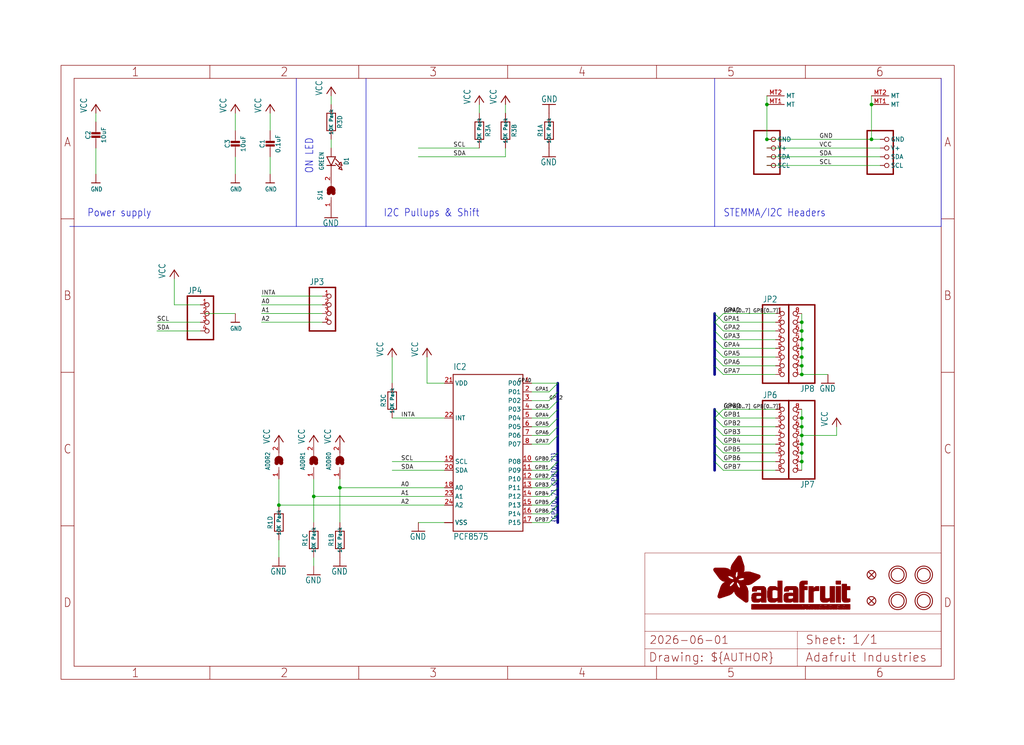
<source format=kicad_sch>
(kicad_sch (version 20230121) (generator eeschema)
  (paper "User" 298.45 217.322)
  (lib_symbols
    (symbol "working-eagle-import:CAP_CERAMIC0603_NO"
      (property "Reference" "C" (at -2.29 1.25 90))
      (symbol "CAP_CERAMIC0603_NO_1_0"
        (pin passive line (at 0 5.08 270) (length 2.54) (name "1") (number "1"))
        (pin passive line (at 0 -2.54 90) (length 2.54) (name "2") (number "2"))
      )
    )
    (symbol "working-eagle-import:CAP_CERAMIC0805-NOOUTLINE"
      (property "Reference" "C" (at -2.29 1.25 90))
      (symbol "CAP_CERAMIC0805-NOOUTLINE_1_0"
        (pin passive line (at 0 5.08 270) (length 2.54) (name "1") (number "1"))
        (pin passive line (at 0 -2.54 90) (length 2.54) (name "2") (number "2"))
      )
    )
    (symbol "working-eagle-import:FIDUCIAL_1MM")
    (symbol "working-eagle-import:FRAME_A4_ADAFRUIT"
      (symbol "FRAME_A4_ADAFRUIT_1_0"
        (text "${#}/${##}" (at 230.505 10.16 0) (effects (font (size 2.54 2.54)) (justify left bottom)))
        (text "${AUTHOR}" (at 189.23 5.08 0) (effects (font (size 2.286 2.286)) (justify left bottom)))
        (text "${CURRENT_DATE}" (at 171.45 10.16 0) (effects (font (size 2.286 2.286)) (justify left bottom)))
        (text "${PROJECTNAME}" (at 171.45 15.24 0) (effects (font (size 2.54 2.54)) (justify left bottom)))
        (text "1" (at 21.6958 1.905 0) (effects (font (size 2.54 2.286))))
        (text "1" (at 21.6958 177.165 0) (effects (font (size 2.54 2.286))))
        (text "2" (at 65.0875 1.905 0) (effects (font (size 2.54 2.286))))
        (text "2" (at 65.0875 177.165 0) (effects (font (size 2.54 2.286))))
        (text "3" (at 108.4792 1.905 0) (effects (font (size 2.54 2.286))))
        (text "3" (at 108.4792 177.165 0) (effects (font (size 2.54 2.286))))
        (text "4" (at 151.8708 1.905 0) (effects (font (size 2.54 2.286))))
        (text "4" (at 151.8708 177.165 0) (effects (font (size 2.54 2.286))))
        (text "5" (at 195.2625 1.905 0) (effects (font (size 2.54 2.286))))
        (text "5" (at 195.2625 177.165 0) (effects (font (size 2.54 2.286))))
        (text "6" (at 238.6542 1.905 0) (effects (font (size 2.54 2.286))))
        (text "6" (at 238.6542 177.165 0) (effects (font (size 2.54 2.286))))
        (text "A" (at 1.905 156.6863 0) (effects (font (size 2.54 2.286))))
        (text "A" (at 258.445 156.6863 0) (effects (font (size 2.54 2.286))))
        (text "Adafruit Industries" (at 216.916 4.953 0) (effects (font (size 2.54 2.54)) (justify left bottom)))
        (text "B" (at 1.905 111.9188 0) (effects (font (size 2.54 2.286))))
        (text "B" (at 258.445 111.9188 0) (effects (font (size 2.54 2.286))))
        (text "C" (at 1.905 67.1513 0) (effects (font (size 2.54 2.286))))
        (text "C" (at 258.445 67.1513 0) (effects (font (size 2.54 2.286))))
        (text "D" (at 1.905 22.3838 0) (effects (font (size 2.54 2.286))))
        (text "D" (at 258.445 22.3838 0) (effects (font (size 2.54 2.286))))
        (text "Drawing:" (at 171.196 4.953 0) (effects (font (size 2.54 2.54)) (justify left bottom)))
        (text "Sheet:" (at 216.916 10.033 0) (effects (font (size 2.54 2.54)) (justify left bottom)))
      )
    )
    (symbol "working-eagle-import:GND" (power)
      (property "Value" "GND" (at -1.524 -2.54 0))
      (symbol "GND_1_0"
        (pin power_in line (at 0 2.54 270) (length 2.54) (name "GND") (number "1"))
      )
    )
    (symbol "working-eagle-import:HEADER-1X4ROUND"
      (property "Reference" "JP" (at -6.35 8.255 0))
      (symbol "HEADER-1X4ROUND_1_0"
        (pin passive inverted (at -2.54 5.08 0) (length 2.54) (name "1") (number "1"))
        (pin passive inverted (at -2.54 2.54 0) (length 2.54) (name "2") (number "2"))
        (pin passive inverted (at -2.54 0 0) (length 2.54) (name "3") (number "3"))
        (pin passive inverted (at -2.54 -2.54 0) (length 2.54) (name "4") (number "4"))
      )
    )
    (symbol "working-eagle-import:HEADER-1X870MIL"
      (property "Reference" "JP" (at -6.35 13.335 0))
      (symbol "HEADER-1X870MIL_1_0"
        (pin passive inverted (at -2.54 10.16 0) (length 2.54) (name "1") (number "1"))
        (pin passive inverted (at -2.54 7.62 0) (length 2.54) (name "2") (number "2"))
        (pin passive inverted (at -2.54 5.08 0) (length 2.54) (name "3") (number "3"))
        (pin passive inverted (at -2.54 2.54 0) (length 2.54) (name "4") (number "4"))
        (pin passive inverted (at -2.54 0 0) (length 2.54) (name "5") (number "5"))
        (pin passive inverted (at -2.54 -2.54 0) (length 2.54) (name "6") (number "6"))
        (pin passive inverted (at -2.54 -5.08 0) (length 2.54) (name "7") (number "7"))
        (pin passive inverted (at -2.54 -7.62 0) (length 2.54) (name "8") (number "8"))
      )
    )
    (symbol "working-eagle-import:LED0603_NOOUTLINE"
      (property "Reference" "D" (at -1.27 4.445 0))
      (symbol "LED0603_NOOUTLINE_1_0"
        (pin passive line (at -5.08 0 0) (length 2.54) (name "A") (number "A"))
        (pin passive line (at 2.54 0 180) (length 2.54) (name "C") (number "C"))
      )
    )
    (symbol "working-eagle-import:MOUNTINGHOLE2.5")
    (symbol "working-eagle-import:PCF8575"
      (property "Reference" "IC" (at -10.16 24.13 0))
      (symbol "PCF8575_1_0"
        (pin bidirectional line (at 12.7 20.32 180) (length 2.54) (name "P00") (number "1"))
        (pin bidirectional line (at 12.7 -2.54 180) (length 2.54) (name "P08") (number "10"))
        (pin bidirectional line (at 12.7 -5.08 180) (length 2.54) (name "P09") (number "11"))
        (pin bidirectional line (at 12.7 -7.62 180) (length 2.54) (name "P10") (number "12"))
        (pin bidirectional line (at 12.7 -10.16 180) (length 2.54) (name "P11") (number "13"))
        (pin bidirectional line (at 12.7 -12.7 180) (length 2.54) (name "P12") (number "14"))
        (pin bidirectional line (at 12.7 -15.24 180) (length 2.54) (name "P13") (number "15"))
        (pin bidirectional line (at 12.7 -17.78 180) (length 2.54) (name "P14") (number "16"))
        (pin bidirectional line (at 12.7 -20.32 180) (length 2.54) (name "P15") (number "17"))
        (pin input line (at -12.7 -10.16 0) (length 2.54) (name "A0") (number "18"))
        (pin input line (at -12.7 -2.54 0) (length 2.54) (name "SCL") (number "19"))
        (pin bidirectional line (at 12.7 17.78 180) (length 2.54) (name "P01") (number "2"))
        (pin bidirectional line (at -12.7 -5.08 0) (length 2.54) (name "SDA") (number "20"))
        (pin power_in line (at -12.7 20.32 0) (length 2.54) (name "VDD") (number "21"))
        (pin output line (at -12.7 10.16 0) (length 2.54) (name "INT") (number "22"))
        (pin input line (at -12.7 -12.7 0) (length 2.54) (name "A1") (number "23"))
        (pin input line (at -12.7 -15.24 0) (length 2.54) (name "A2") (number "24"))
        (pin bidirectional line (at 12.7 15.24 180) (length 2.54) (name "P02") (number "3"))
        (pin bidirectional line (at 12.7 12.7 180) (length 2.54) (name "P03") (number "4"))
        (pin bidirectional line (at 12.7 10.16 180) (length 2.54) (name "P04") (number "5"))
        (pin bidirectional line (at 12.7 7.62 180) (length 2.54) (name "P05") (number "6"))
        (pin bidirectional line (at 12.7 5.08 180) (length 2.54) (name "P06") (number "7"))
        (pin bidirectional line (at 12.7 2.54 180) (length 2.54) (name "P07") (number "8"))
        (pin power_in line (at -12.7 -20.32 0) (length 2.54) (name "VSS") (number "9"))
        (pin power_in line (at -12.7 -20.32 0) (length 2.54) (name "VSS") (number "THERM"))
      )
    )
    (symbol "working-eagle-import:RESISTOR_4PACK"
      (property "Reference" "R" (at 0 2.54 0))
      (symbol "RESISTOR_4PACK_1_0"
        (pin passive line (at -5.08 0 0) (length 2.54) (name "1") (number "1"))
        (pin passive line (at 5.08 0 180) (length 2.54) (name "2") (number "8"))
      )
      (symbol "RESISTOR_4PACK_2_0"
        (pin passive line (at -5.08 0 0) (length 2.54) (name "1") (number "2"))
        (pin passive line (at 5.08 0 180) (length 2.54) (name "2") (number "7"))
      )
      (symbol "RESISTOR_4PACK_3_0"
        (pin passive line (at -5.08 0 0) (length 2.54) (name "1") (number "3"))
        (pin passive line (at 5.08 0 180) (length 2.54) (name "2") (number "6"))
      )
      (symbol "RESISTOR_4PACK_4_0"
        (pin passive line (at -5.08 0 0) (length 2.54) (name "1") (number "4"))
        (pin passive line (at 5.08 0 180) (length 2.54) (name "2") (number "5"))
      )
    )
    (symbol "working-eagle-import:SOLDERJUMPER"
      (property "Reference" "SJ" (at -2.54 2.54 0))
      (symbol "SOLDERJUMPER_1_0"
        (pin passive line (at -5.08 0 0) (length 2.54) (name "1") (number "1"))
        (pin passive line (at 5.08 0 180) (length 2.54) (name "2") (number "2"))
      )
    )
    (symbol "working-eagle-import:SOLDERJUMPERCLOSED"
      (property "Reference" "SJ" (at -2.54 2.54 0))
      (symbol "SOLDERJUMPERCLOSED_1_0"
        (pin passive line (at -5.08 0 0) (length 2.54) (name "1") (number "1"))
        (pin passive line (at 5.08 0 180) (length 2.54) (name "2") (number "2"))
      )
    )
    (symbol "working-eagle-import:STEMMA_I2C_QT"
      (symbol "STEMMA_I2C_QT_1_0"
        (pin passive inverted (at 0 5.08 0) (length 2.54) (name "GND") (number "1"))
        (pin passive inverted (at 0 2.54 0) (length 2.54) (name "V+") (number "2"))
        (pin passive inverted (at 0 0 0) (length 2.54) (name "SDA") (number "3"))
        (pin passive inverted (at 0 -2.54 0) (length 2.54) (name "SCL") (number "4"))
      )
      (symbol "STEMMA_I2C_QT_2_0"
        (pin bidirectional line (at 0 0 0) (length 5.08) (name "MT") (number "MT1"))
      )
      (symbol "STEMMA_I2C_QT_3_0"
        (pin bidirectional line (at 0 0 0) (length 5.08) (name "MT") (number "MT2"))
      )
    )
    (symbol "working-eagle-import:VCC" (power)
      (property "Value" "VCC" (at -2.54 -2.54 90))
      (symbol "VCC_1_0"
        (pin power_in line (at 0 -2.54 90) (length 2.54) (name "VCC") (number "1"))
      )
    )
    (symbol "working-eagle-import:supply1_GND" (power)
      (property "Value" "supply1_GND" (at -2.54 -2.54 0))
      (symbol "supply1_GND_1_0"
        (pin power_in line (at 0 2.54 270) (length 2.54) (name "GND") (number "1"))
      )
    )
  )
  (junction (at 233.68 127))
  (junction (at 99.06 142.24))
  (junction (at 233.68 96.52))
  (junction (at 233.68 104.14))
  (junction (at 91.44 144.78))
  (junction (at 223.52 40.64))
  (junction (at 254 30.48))
  (junction (at 233.68 106.68))
  (junction (at 233.68 129.54))
  (junction (at 233.68 121.92))
  (junction (at 223.52 30.48))
  (junction (at 233.68 134.62))
  (junction (at 233.68 93.98))
  (junction (at 233.68 99.06))
  (junction (at 233.68 124.46))
  (junction (at 233.68 101.6))
  (junction (at 81.28 147.32))
  (junction (at 233.68 109.22))
  (junction (at 254 40.64))
  (junction (at 233.68 132.08))
  (bus_entry (at 160.02 116.84) (size 2.54 -2.54))
  (bus_entry (at 210.82 106.68) (size -2.54 -2.54))
  (bus_entry (at 210.82 93.98) (size -2.54 -2.54))
  (bus_entry (at 160.02 137.16) (size 2.54 -2.54))
  (bus_entry (at 210.82 99.06) (size -2.54 -2.54))
  (bus_entry (at 210.82 91.44) (size -2.54 2.54))
  (bus_entry (at 160.02 152.4) (size 2.54 -2.54))
  (bus_entry (at 210.82 132.08) (size -2.54 -2.54))
  (bus_entry (at 210.82 104.14) (size -2.54 -2.54))
  (bus_entry (at 160.02 114.3) (size 2.54 -2.54))
  (bus_entry (at 210.82 134.62) (size -2.54 -2.54))
  (bus_entry (at 160.02 142.24) (size 2.54 -2.54))
  (bus_entry (at 160.02 134.62) (size 2.54 -2.54))
  (bus_entry (at 160.02 121.92) (size 2.54 -2.54))
  (bus_entry (at 210.82 129.54) (size -2.54 -2.54))
  (bus_entry (at 210.82 137.16) (size -2.54 -2.54))
  (bus_entry (at 160.02 144.78) (size 2.54 -2.54))
  (bus_entry (at 210.82 124.46) (size -2.54 -2.54))
  (bus_entry (at 210.82 96.52) (size -2.54 -2.54))
  (bus_entry (at 160.02 149.86) (size 2.54 -2.54))
  (bus_entry (at 210.82 127) (size -2.54 -2.54))
  (bus_entry (at 160.02 129.54) (size 2.54 -2.54))
  (bus_entry (at 210.82 101.6) (size -2.54 -2.54))
  (bus_entry (at 210.82 119.38) (size -2.54 2.54))
  (bus_entry (at 160.02 124.46) (size 2.54 -2.54))
  (bus_entry (at 160.02 127) (size 2.54 -2.54))
  (bus_entry (at 160.02 119.38) (size 2.54 -2.54))
  (bus_entry (at 160.02 139.7) (size 2.54 -2.54))
  (bus_entry (at 210.82 109.22) (size -2.54 -2.54))
  (bus_entry (at 160.02 147.32) (size 2.54 -2.54))
  (bus_entry (at 210.82 121.92) (size -2.54 -2.54))
  (wire (pts (xy 114.3 137.16) (xy 129.54 137.16)) (stroke (width 0.1524)))
  (wire (pts (xy 241.3 109.22) (xy 233.68 109.22)) (stroke (width 0.1524)))
  (wire (pts (xy 233.68 109.22) (xy 233.68 106.68)) (stroke (width 0.1524)))
  (wire (pts (xy 210.82 134.62) (xy 226.06 134.62)) (stroke (width 0.1524)))
  (bus (pts (xy 208.28 91.44) (xy 208.28 93.98)) (stroke (width 0.762)))
  (wire (pts (xy 233.68 121.92) (xy 233.68 124.46)) (stroke (width 0.1524)))
  (wire (pts (xy 147.32 33.02) (xy 147.32 30.48)) (stroke (width 0.1524)))
  (wire (pts (xy 139.7 30.48) (xy 139.7 33.02)) (stroke (width 0.1524)))
  (bus (pts (xy 208.28 124.46) (xy 208.28 127)) (stroke (width 0.762)))
  (wire (pts (xy 81.28 147.32) (xy 81.28 139.7)) (stroke (width 0.1524)))
  (wire (pts (xy 129.54 144.78) (xy 91.44 144.78)) (stroke (width 0.1524)))
  (wire (pts (xy 223.52 48.26) (xy 256.54 48.26)) (stroke (width 0.1524)))
  (polyline (pts (xy 208.28 66.04) (xy 274.32 66.04)) (stroke (width 0.1524) (type solid)))
  (wire (pts (xy 154.94 129.54) (xy 160.02 129.54)) (stroke (width 0.1524)))
  (wire (pts (xy 91.44 139.7) (xy 91.44 144.78)) (stroke (width 0.1524)))
  (polyline (pts (xy 106.68 66.04) (xy 208.28 66.04)) (stroke (width 0.1524) (type solid)))
  (wire (pts (xy 78.74 45.72) (xy 78.74 50.8)) (stroke (width 0.1524)))
  (wire (pts (xy 233.68 127) (xy 233.68 129.54)) (stroke (width 0.1524)))
  (wire (pts (xy 154.94 149.86) (xy 160.02 149.86)) (stroke (width 0.1524)))
  (polyline (pts (xy 208.28 22.86) (xy 208.28 66.04)) (stroke (width 0.1524) (type solid)))
  (bus (pts (xy 162.56 137.16) (xy 162.56 139.7)) (stroke (width 0.762)))
  (wire (pts (xy 233.68 101.6) (xy 233.68 99.06)) (stroke (width 0.1524)))
  (wire (pts (xy 210.82 129.54) (xy 226.06 129.54)) (stroke (width 0.1524)))
  (polyline (pts (xy 274.32 22.86) (xy 274.32 66.04)) (stroke (width 0.1524) (type solid)))
  (wire (pts (xy 76.2 91.44) (xy 93.98 91.44)) (stroke (width 0.1524)))
  (wire (pts (xy 154.94 139.7) (xy 160.02 139.7)) (stroke (width 0.1524)))
  (wire (pts (xy 154.94 111.76) (xy 162.56 111.76)) (stroke (width 0.1524)))
  (wire (pts (xy 154.94 144.78) (xy 160.02 144.78)) (stroke (width 0.1524)))
  (wire (pts (xy 223.52 30.48) (xy 223.52 40.64)) (stroke (width 0.1524)))
  (wire (pts (xy 154.94 127) (xy 160.02 127)) (stroke (width 0.1524)))
  (bus (pts (xy 208.28 93.98) (xy 208.28 96.52)) (stroke (width 0.762)))
  (bus (pts (xy 162.56 132.08) (xy 162.56 134.62)) (stroke (width 0.762)))
  (bus (pts (xy 162.56 127) (xy 162.56 132.08)) (stroke (width 0.762)))
  (bus (pts (xy 208.28 132.08) (xy 208.28 134.62)) (stroke (width 0.762)))
  (bus (pts (xy 162.56 114.3) (xy 162.56 116.84)) (stroke (width 0.762)))
  (wire (pts (xy 256.54 40.64) (xy 254 40.64)) (stroke (width 0.1524)))
  (wire (pts (xy 223.52 43.18) (xy 256.54 43.18)) (stroke (width 0.1524)))
  (wire (pts (xy 233.68 93.98) (xy 233.68 91.44)) (stroke (width 0.1524)))
  (wire (pts (xy 154.94 121.92) (xy 160.02 121.92)) (stroke (width 0.1524)))
  (wire (pts (xy 243.84 127) (xy 243.84 124.46)) (stroke (width 0.1524)))
  (bus (pts (xy 162.56 119.38) (xy 162.56 121.92)) (stroke (width 0.762)))
  (wire (pts (xy 58.42 91.44) (xy 68.58 91.44)) (stroke (width 0.1524)))
  (wire (pts (xy 114.3 104.14) (xy 114.3 111.76)) (stroke (width 0.1524)))
  (bus (pts (xy 208.28 129.54) (xy 208.28 132.08)) (stroke (width 0.762)))
  (wire (pts (xy 147.32 43.18) (xy 147.32 45.72)) (stroke (width 0.1524)))
  (wire (pts (xy 233.68 132.08) (xy 233.68 134.62)) (stroke (width 0.1524)))
  (wire (pts (xy 223.52 27.94) (xy 223.52 30.48)) (stroke (width 0.1524)))
  (wire (pts (xy 233.68 119.38) (xy 233.68 121.92)) (stroke (width 0.1524)))
  (bus (pts (xy 162.56 111.76) (xy 162.56 114.3)) (stroke (width 0.762)))
  (wire (pts (xy 93.98 88.9) (xy 76.2 88.9)) (stroke (width 0.1524)))
  (wire (pts (xy 210.82 109.22) (xy 226.06 109.22)) (stroke (width 0.1524)))
  (wire (pts (xy 27.94 33.02) (xy 27.94 35.56)) (stroke (width 0.1524)))
  (wire (pts (xy 68.58 33.02) (xy 68.58 38.1)) (stroke (width 0.1524)))
  (wire (pts (xy 254 40.64) (xy 223.52 40.64)) (stroke (width 0.1524)))
  (bus (pts (xy 208.28 104.14) (xy 208.28 106.68)) (stroke (width 0.762)))
  (bus (pts (xy 162.56 139.7) (xy 162.56 142.24)) (stroke (width 0.762)))
  (wire (pts (xy 233.68 96.52) (xy 233.68 93.98)) (stroke (width 0.1524)))
  (bus (pts (xy 208.28 119.38) (xy 208.28 121.92)) (stroke (width 0.762)))
  (wire (pts (xy 76.2 86.36) (xy 93.98 86.36)) (stroke (width 0.1524)))
  (wire (pts (xy 154.94 137.16) (xy 160.02 137.16)) (stroke (width 0.1524)))
  (wire (pts (xy 129.54 147.32) (xy 81.28 147.32)) (stroke (width 0.1524)))
  (wire (pts (xy 154.94 142.24) (xy 160.02 142.24)) (stroke (width 0.1524)))
  (wire (pts (xy 99.06 142.24) (xy 99.06 139.7)) (stroke (width 0.1524)))
  (bus (pts (xy 162.56 149.86) (xy 162.56 152.4)) (stroke (width 0.762)))
  (wire (pts (xy 154.94 147.32) (xy 160.02 147.32)) (stroke (width 0.1524)))
  (wire (pts (xy 154.94 119.38) (xy 160.02 119.38)) (stroke (width 0.1524)))
  (wire (pts (xy 226.06 96.52) (xy 210.82 96.52)) (stroke (width 0.1524)))
  (wire (pts (xy 147.32 45.72) (xy 121.92 45.72)) (stroke (width 0.1524)))
  (wire (pts (xy 210.82 99.06) (xy 226.06 99.06)) (stroke (width 0.1524)))
  (wire (pts (xy 81.28 162.56) (xy 81.28 157.48)) (stroke (width 0.1524)))
  (bus (pts (xy 162.56 147.32) (xy 162.56 149.86)) (stroke (width 0.762)))
  (wire (pts (xy 233.68 104.14) (xy 233.68 101.6)) (stroke (width 0.1524)))
  (wire (pts (xy 93.98 93.98) (xy 76.2 93.98)) (stroke (width 0.1524)))
  (bus (pts (xy 162.56 116.84) (xy 162.56 119.38)) (stroke (width 0.762)))
  (wire (pts (xy 58.42 96.52) (xy 45.72 96.52)) (stroke (width 0.1524)))
  (wire (pts (xy 233.68 129.54) (xy 233.68 132.08)) (stroke (width 0.1524)))
  (wire (pts (xy 129.54 121.92) (xy 114.3 121.92)) (stroke (width 0.1524)))
  (polyline (pts (xy 106.68 22.86) (xy 106.68 66.04)) (stroke (width 0.1524) (type solid)))
  (wire (pts (xy 210.82 91.44) (xy 226.06 91.44)) (stroke (width 0.1524)))
  (bus (pts (xy 208.28 106.68) (xy 208.28 109.22)) (stroke (width 0.762)))
  (wire (pts (xy 50.8 88.9) (xy 50.8 81.28)) (stroke (width 0.1524)))
  (bus (pts (xy 208.28 96.52) (xy 208.28 99.06)) (stroke (width 0.762)))
  (wire (pts (xy 210.82 132.08) (xy 226.06 132.08)) (stroke (width 0.1524)))
  (wire (pts (xy 96.52 43.18) (xy 96.52 40.64)) (stroke (width 0.1524)))
  (wire (pts (xy 233.68 99.06) (xy 233.68 96.52)) (stroke (width 0.1524)))
  (bus (pts (xy 208.28 99.06) (xy 208.28 101.6)) (stroke (width 0.762)))
  (wire (pts (xy 210.82 101.6) (xy 226.06 101.6)) (stroke (width 0.1524)))
  (wire (pts (xy 210.82 127) (xy 226.06 127)) (stroke (width 0.1524)))
  (polyline (pts (xy 86.36 22.86) (xy 86.36 66.04)) (stroke (width 0.1524) (type solid)))
  (wire (pts (xy 210.82 137.16) (xy 226.06 137.16)) (stroke (width 0.1524)))
  (wire (pts (xy 68.58 45.72) (xy 68.58 50.8)) (stroke (width 0.1524)))
  (wire (pts (xy 254 30.48) (xy 254 40.64)) (stroke (width 0.1524)))
  (wire (pts (xy 210.82 121.92) (xy 226.06 121.92)) (stroke (width 0.1524)))
  (wire (pts (xy 160.02 116.84) (xy 154.94 116.84)) (stroke (width 0.1524)))
  (wire (pts (xy 254 27.94) (xy 254 30.48)) (stroke (width 0.1524)))
  (wire (pts (xy 121.92 152.4) (xy 129.54 152.4)) (stroke (width 0.1524)))
  (wire (pts (xy 91.44 144.78) (xy 91.44 152.4)) (stroke (width 0.1524)))
  (bus (pts (xy 208.28 101.6) (xy 208.28 104.14)) (stroke (width 0.762)))
  (bus (pts (xy 208.28 121.92) (xy 208.28 124.46)) (stroke (width 0.762)))
  (wire (pts (xy 233.68 106.68) (xy 233.68 104.14)) (stroke (width 0.1524)))
  (wire (pts (xy 27.94 50.8) (xy 27.94 43.18)) (stroke (width 0.1524)))
  (wire (pts (xy 154.94 124.46) (xy 160.02 124.46)) (stroke (width 0.1524)))
  (wire (pts (xy 154.94 152.4) (xy 160.02 152.4)) (stroke (width 0.1524)))
  (bus (pts (xy 162.56 144.78) (xy 162.56 147.32)) (stroke (width 0.762)))
  (wire (pts (xy 233.68 134.62) (xy 233.68 137.16)) (stroke (width 0.1524)))
  (wire (pts (xy 210.82 119.38) (xy 226.06 119.38)) (stroke (width 0.1524)))
  (bus (pts (xy 162.56 124.46) (xy 162.56 127)) (stroke (width 0.762)))
  (wire (pts (xy 58.42 93.98) (xy 45.72 93.98)) (stroke (width 0.1524)))
  (bus (pts (xy 208.28 134.62) (xy 208.28 137.16)) (stroke (width 0.762)))
  (wire (pts (xy 233.68 127) (xy 243.84 127)) (stroke (width 0.1524)))
  (wire (pts (xy 129.54 142.24) (xy 99.06 142.24)) (stroke (width 0.1524)))
  (wire (pts (xy 139.7 43.18) (xy 121.92 43.18)) (stroke (width 0.1524)))
  (wire (pts (xy 78.74 33.02) (xy 78.74 38.1)) (stroke (width 0.1524)))
  (wire (pts (xy 129.54 111.76) (xy 124.46 111.76)) (stroke (width 0.1524)))
  (bus (pts (xy 162.56 121.92) (xy 162.56 124.46)) (stroke (width 0.762)))
  (wire (pts (xy 96.52 27.94) (xy 96.52 30.48)) (stroke (width 0.1524)))
  (wire (pts (xy 129.54 134.62) (xy 114.3 134.62)) (stroke (width 0.1524)))
  (wire (pts (xy 124.46 111.76) (xy 124.46 104.14)) (stroke (width 0.1524)))
  (wire (pts (xy 210.82 104.14) (xy 226.06 104.14)) (stroke (width 0.1524)))
  (bus (pts (xy 162.56 142.24) (xy 162.56 144.78)) (stroke (width 0.762)))
  (wire (pts (xy 99.06 152.4) (xy 99.06 142.24)) (stroke (width 0.1524)))
  (bus (pts (xy 162.56 134.62) (xy 162.56 137.16)) (stroke (width 0.762)))
  (wire (pts (xy 233.68 124.46) (xy 233.68 127)) (stroke (width 0.1524)))
  (polyline (pts (xy 20.32 66.04) (xy 86.36 66.04)) (stroke (width 0.1524) (type solid)))
  (wire (pts (xy 154.94 134.62) (xy 160.02 134.62)) (stroke (width 0.1524)))
  (wire (pts (xy 154.94 114.3) (xy 160.02 114.3)) (stroke (width 0.1524)))
  (wire (pts (xy 91.44 165.1) (xy 91.44 162.56)) (stroke (width 0.1524)))
  (wire (pts (xy 210.82 106.68) (xy 226.06 106.68)) (stroke (width 0.1524)))
  (bus (pts (xy 208.28 127) (xy 208.28 129.54)) (stroke (width 0.762)))
  (wire (pts (xy 210.82 93.98) (xy 226.06 93.98)) (stroke (width 0.1524)))
  (wire (pts (xy 256.54 45.72) (xy 223.52 45.72)) (stroke (width 0.1524)))
  (polyline (pts (xy 86.36 66.04) (xy 106.68 66.04)) (stroke (width 0.1524) (type solid)))
  (wire (pts (xy 58.42 88.9) (xy 50.8 88.9)) (stroke (width 0.1524)))
  (wire (pts (xy 210.82 124.46) (xy 226.06 124.46)) (stroke (width 0.1524)))
  (text "I2C Pullups & Shift" (at 111.76 63.5 0) (effects (font (size 2.1844 1.8567)) (justify left bottom)))
  (text "ON LED" (at 91.44 50.8 90) (effects (font (size 2.1844 1.8567)) (justify left bottom)))
  (text "STEMMA/I2C Headers" (at 210.82 63.5 0) (effects (font (size 2.1844 1.8567)) (justify left bottom)))
  (text "Power supply" (at 25.4 63.5 0) (effects (font (size 2.1844 1.8567)) (justify left bottom)))
  (label "GPA0" (at 154.94 111.76 180) (effects (font (size 1.016 1.016))))
  (label "SCL" (at 116.84 134.62 0) (effects (font (size 1.2446 1.2446))))
  (label "VCC" (at 238.76 43.18 0) (effects (font (size 1.2446 1.2446))))
  (label "GPA7" (at 210.82 109.22 0) (effects (font (size 1.2446 1.2446))))
  (label "{GPA[0..7] GPB[0..7]}" (at 210.82 91.44 0) (effects (font (size 1.016 1.016))))
  (label "GPB7" (at 210.82 137.16 0) (effects (font (size 1.2446 1.2446))))
  (label "GND" (at 238.76 40.64 0) (effects (font (size 1.2446 1.2446))))
  (label "INTA" (at 116.84 121.92 0) (effects (font (size 1.2446 1.2446))))
  (label "GPA1" (at 160.02 114.3 180) (effects (font (size 1.016 1.016))))
  (label "GPB6" (at 210.82 134.62 0) (effects (font (size 1.2446 1.2446))))
  (label "GPB6" (at 160.02 149.86 180) (effects (font (size 1.016 1.016))))
  (label "SCL" (at 132.08 43.18 0) (effects (font (size 1.2446 1.2446))))
  (label "INTA" (at 76.2 86.36 0) (effects (font (size 1.2446 1.2446))))
  (label "A1" (at 76.2 91.44 0) (effects (font (size 1.2446 1.2446))))
  (label "GPB0" (at 210.82 119.38 0) (effects (font (size 1.2446 1.2446))))
  (label "SDA" (at 132.08 45.72 0) (effects (font (size 1.2446 1.2446))))
  (label "A2" (at 116.84 147.32 0) (effects (font (size 1.2446 1.2446))))
  (label "GPA5" (at 210.82 104.14 0) (effects (font (size 1.2446 1.2446))))
  (label "SCL" (at 45.72 93.98 0) (effects (font (size 1.2446 1.2446))))
  (label "A0" (at 76.2 88.9 0) (effects (font (size 1.2446 1.2446))))
  (label "GPA1" (at 210.82 93.98 0) (effects (font (size 1.2446 1.2446))))
  (label "GPA2" (at 210.82 96.52 0) (effects (font (size 1.2446 1.2446))))
  (label "GPB5" (at 210.82 132.08 0) (effects (font (size 1.2446 1.2446))))
  (label "GPB4" (at 160.02 144.78 180) (effects (font (size 1.016 1.016))))
  (label "GPB5" (at 160.02 147.32 180) (effects (font (size 1.016 1.016))))
  (label "GPB1" (at 210.82 121.92 0) (effects (font (size 1.2446 1.2446))))
  (label "GPA7" (at 160.02 129.54 180) (effects (font (size 1.016 1.016))))
  (label "GPB3" (at 210.82 127 0) (effects (font (size 1.2446 1.2446))))
  (label "GPB1" (at 160.02 137.16 180) (effects (font (size 1.016 1.016))))
  (label "GPB2" (at 160.02 139.7 180) (effects (font (size 1.016 1.016))))
  (label "SDA" (at 238.76 45.72 0) (effects (font (size 1.2446 1.2446))))
  (label "GPA6" (at 210.82 106.68 0) (effects (font (size 1.2446 1.2446))))
  (label "A1" (at 116.84 144.78 0) (effects (font (size 1.2446 1.2446))))
  (label "GPA0" (at 210.82 91.44 0) (effects (font (size 1.2446 1.2446))))
  (label "SDA" (at 116.84 137.16 0) (effects (font (size 1.2446 1.2446))))
  (label "GPA3" (at 210.82 99.06 0) (effects (font (size 1.2446 1.2446))))
  (label "GPB7" (at 160.02 152.4 180) (effects (font (size 1.016 1.016))))
  (label "GPB0" (at 160.02 134.62 180) (effects (font (size 1.016 1.016))))
  (label "SCL" (at 238.76 48.26 0) (effects (font (size 1.2446 1.2446))))
  (label "GPA2" (at 160.02 116.84 0) (effects (font (size 1.016 1.016))))
  (label "A0" (at 116.84 142.24 0) (effects (font (size 1.2446 1.2446))))
  (label "GPB3" (at 160.02 142.24 180) (effects (font (size 1.016 1.016))))
  (label "GPB4" (at 210.82 129.54 0) (effects (font (size 1.2446 1.2446))))
  (label "GPA5" (at 160.02 124.46 180) (effects (font (size 1.016 1.016))))
  (label "{GPA[0..7] GPB[0..7]}" (at 210.82 119.38 0) (effects (font (size 1.016 1.016))))
  (label "GPB2" (at 210.82 124.46 0) (effects (font (size 1.2446 1.2446))))
  (label "GPA4" (at 160.02 121.92 180) (effects (font (size 1.016 1.016))))
  (label "GPA6" (at 160.02 127 180) (effects (font (size 1.016 1.016))))
  (label "SDA" (at 45.72 96.52 0) (effects (font (size 1.2446 1.2446))))
  (label "A2" (at 76.2 93.98 0) (effects (font (size 1.2446 1.2446))))
  (label "{GPA[0..7] GPB[0..7]}" (at 162.56 152.4 90) (effects (font (size 1.2446 1.2446))))
  (label "GPA3" (at 160.02 119.38 180) (effects (font (size 1.016 1.016))))
  (label "GPA4" (at 210.82 101.6 0) (effects (font (size 1.2446 1.2446))))
  (symbol (lib_id "working-eagle-import:FIDUCIAL_1MM") (at 254 175.26 0) (unit 1)
    (property "Reference" "FID3" (effects hide))
    (property "Value" "FIDUCIAL_1MM" (effects hide))
    (property "Footprint" "working:FIDUCIAL_1MM" (effects hide))
  )
  (symbol (lib_id "working-eagle-import:supply1_GND") (at 121.92 154.94 0) (unit 1)
    (property "Reference" "#GND3" (effects hide))
    (property "Value" "GND" (at 119.38 157.48 0) (effects (font (size 1.778 1.5113)) (justify left bottom)))
  )
  (symbol (lib_id "working-eagle-import:HEADER-1X870MIL") (at 228.6 129.54 0) (unit 1)
    (property "Reference" "JP6" (at 222.25 116.205 0) (effects (font (size 1.778 1.5113)) (justify left bottom)))
    (property "Value" "HEADER-1X870MIL" (effects hide))
    (property "Footprint" "working:1X08_ROUND_70" (effects hide))
  )
  (symbol (lib_id "working-eagle-import:SOLDERJUMPER") (at 99.06 134.62 90) (unit 1)
    (property "Reference" "ADDR0" (at 96.52 137.16 0) (effects (font (size 1.27 1.0795)) (justify left bottom)))
    (property "Value" "SOLDERJUMPER" (effects hide))
    (property "Footprint" "working:SOLDERJUMPER_ARROW_NOPASTE" (effects hide))
  )
  (symbol (lib_id "working-eagle-import:FRAME_A4_ADAFRUIT") (at 17.78 198.12 0) (unit 1)
    (property "Reference" "#U$18" (effects hide))
    (property "Value" "FRAME_A4_ADAFRUIT" (effects hide))
  )
  (symbol (lib_id "working-eagle-import:STEMMA_I2C_QT") (at 254 30.48 0) (unit 2)
    (property "Reference" "CONN4" (effects hide))
    (property "Value" "STEMMA_I2C_QT" (effects hide))
    (property "Footprint" "working:JST_SH4" (effects hide))
  )
  (symbol (lib_id "working-eagle-import:VCC") (at 243.84 121.92 0) (unit 1)
    (property "Reference" "#P+10" (effects hide))
    (property "Value" "VCC" (at 241.3 124.46 90) (effects (font (size 1.778 1.5113)) (justify left bottom)))
  )
  (symbol (lib_id "working-eagle-import:VCC") (at 99.06 127 0) (unit 1)
    (property "Reference" "#P+11" (effects hide))
    (property "Value" "VCC" (at 96.52 129.54 90) (effects (font (size 1.778 1.5113)) (justify left bottom)))
  )
  (symbol (lib_id "working-eagle-import:MOUNTINGHOLE2.5") (at 261.62 175.26 0) (unit 1)
    (property "Reference" "U$1" (effects hide))
    (property "Value" "MOUNTINGHOLE2.5" (effects hide))
    (property "Footprint" "working:MOUNTINGHOLE_2.5_PLATED" (effects hide))
  )
  (symbol (lib_id "working-eagle-import:supply1_GND") (at 96.52 63.5 0) (unit 1)
    (property "Reference" "#GND6" (effects hide))
    (property "Value" "GND" (at 93.98 66.04 0) (effects (font (size 1.778 1.5113)) (justify left bottom)))
  )
  (symbol (lib_id "working-eagle-import:CAP_CERAMIC0603_NO") (at 78.74 43.18 0) (unit 1)
    (property "Reference" "C1" (at 76.45 41.93 90))
    (property "Value" "0.1uF" (at 81.04 41.93 90))
    (property "Footprint" "working:0603-NO" (effects hide))
  )
  (symbol (lib_id "working-eagle-import:RESISTOR_4PACK") (at 139.7 38.1 270) (unit 1)
    (property "Reference" "R3" (at 142.24 38.1 0))
    (property "Value" "10K Pack" (at 139.7 38.1 0) (effects (font (size 1.016 1.016) bold)))
    (property "Footprint" "working:RESPACK_4X0603" (effects hide))
  )
  (symbol (lib_id "working-eagle-import:STEMMA_I2C_QT") (at 223.52 27.94 0) (unit 3)
    (property "Reference" "CONN3" (effects hide))
    (property "Value" "STEMMA_I2C_QT" (effects hide))
    (property "Footprint" "working:JST_SH4" (effects hide))
  )
  (symbol (lib_id "working-eagle-import:VCC") (at 81.28 127 0) (unit 1)
    (property "Reference" "#P+13" (effects hide))
    (property "Value" "VCC" (at 78.74 129.54 90) (effects (font (size 1.778 1.5113)) (justify left bottom)))
  )
  (symbol (lib_id "working-eagle-import:FIDUCIAL_1MM") (at 254 167.64 0) (unit 1)
    (property "Reference" "FID4" (effects hide))
    (property "Value" "FIDUCIAL_1MM" (effects hide))
    (property "Footprint" "working:FIDUCIAL_1MM" (effects hide))
  )
  (symbol (lib_id "working-eagle-import:HEADER-1X870MIL") (at 231.14 127 180) (unit 1)
    (property "Reference" "JP7" (at 237.49 140.335 0) (effects (font (size 1.778 1.5113)) (justify left bottom)))
    (property "Value" "HEADER-1X870MIL" (effects hide))
    (property "Footprint" "working:1X08_ROUND_70" (effects hide))
  )
  (symbol (lib_id "working-eagle-import:PCF8575") (at 142.24 132.08 0) (unit 1)
    (property "Reference" "IC2" (at 132.08 107.95 0) (effects (font (size 1.778 1.5113)) (justify left bottom)))
    (property "Value" "PCF8575" (at 132.08 157.48 0) (effects (font (size 1.778 1.5113)) (justify left bottom)))
    (property "Footprint" "working:QFN24_4MM_SMSC" (effects hide))
  )
  (symbol (lib_id "working-eagle-import:SOLDERJUMPER") (at 91.44 134.62 90) (unit 1)
    (property "Reference" "ADDR1" (at 88.9 137.16 0) (effects (font (size 1.27 1.0795)) (justify left bottom)))
    (property "Value" "SOLDERJUMPER" (effects hide))
    (property "Footprint" "working:SOLDERJUMPER_ARROW_NOPASTE" (effects hide))
  )
  (symbol (lib_id "working-eagle-import:supply1_GND") (at 99.06 165.1 0) (unit 1)
    (property "Reference" "#GND7" (effects hide))
    (property "Value" "GND" (at 96.52 167.64 0) (effects (font (size 1.778 1.5113)) (justify left bottom)))
  )
  (symbol (lib_id "working-eagle-import:RESISTOR_4PACK") (at 114.3 116.84 90) (unit 3)
    (property "Reference" "R3" (at 111.76 116.84 0))
    (property "Value" "10K Pack" (at 114.3 116.84 0) (effects (font (size 1.016 1.016) bold)))
    (property "Footprint" "working:RESPACK_4X0603" (effects hide))
  )
  (symbol (lib_id "working-eagle-import:RESISTOR_4PACK") (at 147.32 38.1 270) (unit 2)
    (property "Reference" "R3" (at 149.86 38.1 0))
    (property "Value" "10K Pack" (at 147.32 38.1 0) (effects (font (size 1.016 1.016) bold)))
    (property "Footprint" "working:RESPACK_4X0603" (effects hide))
  )
  (symbol (lib_id "working-eagle-import:GND") (at 68.58 93.98 0) (unit 1)
    (property "Reference" "#U$10" (effects hide))
    (property "Value" "GND" (at 67.056 96.52 0) (effects (font (size 1.27 1.0795)) (justify left bottom)))
  )
  (symbol (lib_id "working-eagle-import:supply1_GND") (at 160.02 45.72 0) (unit 1)
    (property "Reference" "#GND2" (effects hide))
    (property "Value" "GND" (at 157.48 48.26 0) (effects (font (size 1.778 1.5113)) (justify left bottom)))
  )
  (symbol (lib_id "working-eagle-import:GND") (at 68.58 53.34 0) (unit 1)
    (property "Reference" "#U$5" (effects hide))
    (property "Value" "GND" (at 67.056 55.88 0) (effects (font (size 1.27 1.0795)) (justify left bottom)))
  )
  (symbol (lib_id "working-eagle-import:HEADER-1X4ROUND") (at 96.52 91.44 0) (unit 1)
    (property "Reference" "JP3" (at 90.17 83.185 0) (effects (font (size 1.778 1.5113)) (justify left bottom)))
    (property "Value" "HEADER-1X4ROUND" (effects hide))
    (property "Footprint" "working:1X04_ROUND" (effects hide))
  )
  (symbol (lib_id "working-eagle-import:VCC") (at 68.58 30.48 0) (unit 1)
    (property "Reference" "#P+5" (effects hide))
    (property "Value" "VCC" (at 66.04 33.02 90) (effects (font (size 1.778 1.5113)) (justify left bottom)))
  )
  (symbol (lib_id "working-eagle-import:VCC") (at 124.46 101.6 0) (unit 1)
    (property "Reference" "#P+8" (effects hide))
    (property "Value" "VCC" (at 121.92 104.14 90) (effects (font (size 1.778 1.5113)) (justify left bottom)))
  )
  (symbol (lib_id "working-eagle-import:VCC") (at 114.3 101.6 0) (unit 1)
    (property "Reference" "#P+9" (effects hide))
    (property "Value" "VCC" (at 111.76 104.14 90) (effects (font (size 1.778 1.5113)) (justify left bottom)))
  )
  (symbol (lib_id "working-eagle-import:GND") (at 27.94 53.34 0) (unit 1)
    (property "Reference" "#U$13" (effects hide))
    (property "Value" "GND" (at 26.416 55.88 0) (effects (font (size 1.27 1.0795)) (justify left bottom)))
  )
  (symbol (lib_id "working-eagle-import:CAP_CERAMIC0805-NOOUTLINE") (at 68.58 43.18 0) (unit 1)
    (property "Reference" "C3" (at 66.29 41.93 90))
    (property "Value" "10uF" (at 70.88 41.93 90))
    (property "Footprint" "working:0805-NO" (effects hide))
  )
  (symbol (lib_id "working-eagle-import:supply1_GND") (at 91.44 167.64 0) (unit 1)
    (property "Reference" "#GND1" (effects hide))
    (property "Value" "GND" (at 88.9 170.18 0) (effects (font (size 1.778 1.5113)) (justify left bottom)))
  )
  (symbol (lib_id "working-eagle-import:SOLDERJUMPERCLOSED") (at 96.52 55.88 90) (unit 1)
    (property "Reference" "SJ1" (at 93.98 58.42 0) (effects (font (size 1.27 1.0795)) (justify left bottom)))
    (property "Value" "SOLDERJUMPERCLOSED" (effects hide))
    (property "Footprint" "working:SOLDERJUMPER_CLOSEDWIRE" (effects hide))
  )
  (symbol (lib_id "working-eagle-import:VCC") (at 139.7 27.94 0) (unit 1)
    (property "Reference" "#P+1" (effects hide))
    (property "Value" "VCC" (at 137.16 30.48 90) (effects (font (size 1.778 1.5113)) (justify left bottom)))
  )
  (symbol (lib_id "working-eagle-import:HEADER-1X870MIL") (at 231.14 99.06 180) (unit 1)
    (property "Reference" "JP8" (at 237.49 112.395 0) (effects (font (size 1.778 1.5113)) (justify left bottom)))
    (property "Value" "HEADER-1X870MIL" (effects hide))
    (property "Footprint" "working:1X08_ROUND_70" (effects hide))
  )
  (symbol (lib_id "working-eagle-import:MOUNTINGHOLE2.5") (at 261.62 167.64 0) (unit 1)
    (property "Reference" "U$17" (effects hide))
    (property "Value" "MOUNTINGHOLE2.5" (effects hide))
    (property "Footprint" "working:MOUNTINGHOLE_2.5_PLATED" (effects hide))
  )
  (symbol (lib_id "working-eagle-import:RESISTOR_4PACK") (at 99.06 157.48 90) (unit 2)
    (property "Reference" "R1" (at 96.52 157.48 0))
    (property "Value" "10K Pack" (at 99.06 157.48 0) (effects (font (size 1.016 1.016) bold)))
    (property "Footprint" "working:RESPACK_4X0603" (effects hide))
  )
  (symbol (lib_id "working-eagle-import:VCC") (at 50.8 78.74 0) (unit 1)
    (property "Reference" "#P+4" (effects hide))
    (property "Value" "VCC" (at 48.26 81.28 90) (effects (font (size 1.778 1.5113)) (justify left bottom)))
  )
  (symbol (lib_id "working-eagle-import:VCC") (at 27.94 30.48 0) (unit 1)
    (property "Reference" "#P+3" (effects hide))
    (property "Value" "VCC" (at 25.4 33.02 90) (effects (font (size 1.778 1.5113)) (justify left bottom)))
  )
  (symbol (lib_id "working-eagle-import:GND") (at 78.74 53.34 0) (unit 1)
    (property "Reference" "#U$6" (effects hide))
    (property "Value" "GND" (at 77.216 55.88 0) (effects (font (size 1.27 1.0795)) (justify left bottom)))
  )
  (symbol (lib_id "working-eagle-import:RESISTOR_4PACK") (at 81.28 152.4 90) (unit 4)
    (property "Reference" "R1" (at 78.74 152.4 0))
    (property "Value" "10K Pack" (at 81.28 152.4 0) (effects (font (size 1.016 1.016) bold)))
    (property "Footprint" "working:RESPACK_4X0603" (effects hide))
  )
  (symbol (lib_id "working-eagle-import:SOLDERJUMPER") (at 81.28 134.62 90) (unit 1)
    (property "Reference" "ADDR2" (at 78.74 137.16 0) (effects (font (size 1.27 1.0795)) (justify left bottom)))
    (property "Value" "SOLDERJUMPER" (effects hide))
    (property "Footprint" "working:SOLDERJUMPER_ARROW_NOPASTE" (effects hide))
  )
  (symbol (lib_id "working-eagle-import:VCC") (at 91.44 127 0) (unit 1)
    (property "Reference" "#P+12" (effects hide))
    (property "Value" "VCC" (at 88.9 129.54 90) (effects (font (size 1.778 1.5113)) (justify left bottom)))
  )
  (symbol (lib_id "working-eagle-import:MOUNTINGHOLE2.5") (at 269.24 175.26 0) (unit 1)
    (property "Reference" "U$21" (effects hide))
    (property "Value" "MOUNTINGHOLE2.5" (effects hide))
    (property "Footprint" "working:MOUNTINGHOLE_2.5_PLATED" (effects hide))
  )
  (symbol (lib_id "working-eagle-import:VCC") (at 147.32 27.94 0) (unit 1)
    (property "Reference" "#P+2" (effects hide))
    (property "Value" "VCC" (at 144.78 30.48 90) (effects (font (size 1.778 1.5113)) (justify left bottom)))
  )
  (symbol (lib_id "working-eagle-import:STEMMA_I2C_QT") (at 223.52 30.48 0) (unit 2)
    (property "Reference" "CONN3" (effects hide))
    (property "Value" "STEMMA_I2C_QT" (effects hide))
    (property "Footprint" "working:JST_SH4" (effects hide))
  )
  (symbol (lib_id "working-eagle-import:LED0603_NOOUTLINE") (at 96.52 48.26 270) (unit 1)
    (property "Reference" "D1" (at 100.965 46.99 0) (effects (font (size 1.27 1.0795))))
    (property "Value" "GREEN" (at 93.726 46.99 0) (effects (font (size 1.27 1.0795))))
    (property "Footprint" "working:CHIPLED_0603_NOOUTLINE" (effects hide))
  )
  (symbol (lib_id "working-eagle-import:STEMMA_I2C_QT") (at 223.52 45.72 0) (unit 1)
    (property "Reference" "CONN3" (effects hide))
    (property "Value" "STEMMA_I2C_QT" (effects hide))
    (property "Footprint" "working:JST_SH4" (effects hide))
  )
  (symbol (lib_id "working-eagle-import:MOUNTINGHOLE2.5") (at 269.24 167.64 0) (unit 1)
    (property "Reference" "U$19" (effects hide))
    (property "Value" "MOUNTINGHOLE2.5" (effects hide))
    (property "Footprint" "working:MOUNTINGHOLE_2.5_PLATED" (effects hide))
  )
  (symbol (lib_id "working-eagle-import:STEMMA_I2C_QT") (at 254 27.94 0) (unit 3)
    (property "Reference" "CONN4" (effects hide))
    (property "Value" "STEMMA_I2C_QT" (effects hide))
    (property "Footprint" "working:JST_SH4" (effects hide))
  )
  (symbol (lib_id "working-eagle-import:STEMMA_I2C_QT") (at 256.54 45.72 0) (unit 1)
    (property "Reference" "CONN4" (effects hide))
    (property "Value" "STEMMA_I2C_QT" (effects hide))
    (property "Footprint" "working:JST_SH4" (effects hide))
  )
  (symbol (lib_id "working-eagle-import:supply1_GND") (at 81.28 165.1 0) (unit 1)
    (property "Reference" "#GND4" (effects hide))
    (property "Value" "GND" (at 78.74 167.64 0) (effects (font (size 1.778 1.5113)) (justify left bottom)))
  )
  (symbol (lib_id "working-eagle-import:supply1_GND") (at 160.02 30.48 180) (unit 1)
    (property "Reference" "#GND5" (effects hide))
    (property "Value" "GND" (at 162.56 27.94 0) (effects (font (size 1.778 1.5113)) (justify left bottom)))
  )
  (symbol (lib_id "working-eagle-import:HEADER-1X4ROUND") (at 60.96 93.98 0) (unit 1)
    (property "Reference" "JP4" (at 54.61 85.725 0) (effects (font (size 1.778 1.5113)) (justify left bottom)))
    (property "Value" "HEADER-1X4ROUND" (effects hide))
    (property "Footprint" "working:1X04_ROUND" (effects hide))
  )
  (symbol (lib_id "working-eagle-import:RESISTOR_4PACK") (at 160.02 38.1 90) (unit 1)
    (property "Reference" "R1" (at 157.48 38.1 0))
    (property "Value" "10K Pack" (at 160.02 38.1 0) (effects (font (size 1.016 1.016) bold)))
    (property "Footprint" "working:RESPACK_4X0603" (effects hide))
  )
  (symbol (lib_id "working-eagle-import:VCC") (at 96.52 25.4 0) (unit 1)
    (property "Reference" "#P+7" (effects hide))
    (property "Value" "VCC" (at 93.98 27.94 90) (effects (font (size 1.778 1.5113)) (justify left bottom)))
  )
  (symbol (lib_id "working-eagle-import:supply1_GND") (at 241.3 111.76 0) (unit 1)
    (property "Reference" "#GND9" (effects hide))
    (property "Value" "GND" (at 238.76 114.3 0) (effects (font (size 1.778 1.5113)) (justify left bottom)))
  )
  (symbol (lib_id "working-eagle-import:RESISTOR_4PACK") (at 96.52 35.56 270) (unit 4)
    (property "Reference" "R3" (at 99.06 35.56 0))
    (property "Value" "10K Pack" (at 96.52 35.56 0) (effects (font (size 1.016 1.016) bold)))
    (property "Footprint" "working:RESPACK_4X0603" (effects hide))
  )
  (symbol (lib_id "working-eagle-import:VCC") (at 78.74 30.48 0) (unit 1)
    (property "Reference" "#P+6" (effects hide))
    (property "Value" "VCC" (at 76.2 33.02 90) (effects (font (size 1.778 1.5113)) (justify left bottom)))
  )
  (symbol (lib_id "working-eagle-import:HEADER-1X870MIL") (at 228.6 101.6 0) (unit 1)
    (property "Reference" "JP2" (at 222.25 88.265 0) (effects (font (size 1.778 1.5113)) (justify left bottom)))
    (property "Value" "HEADER-1X870MIL" (effects hide))
    (property "Footprint" "working:1X08_ROUND_70" (effects hide))
  )
  (symbol (lib_id "working-eagle-import:RESISTOR_4PACK") (at 91.44 157.48 90) (unit 3)
    (property "Reference" "R1" (at 88.9 157.48 0))
    (property "Value" "10K Pack" (at 91.44 157.48 0) (effects (font (size 1.016 1.016) bold)))
    (property "Footprint" "working:RESPACK_4X0603" (effects hide))
  )
  (symbol (lib_id "working-eagle-import:CAP_CERAMIC0805-NOOUTLINE") (at 27.94 40.64 0) (unit 1)
    (property "Reference" "C2" (at 25.65 39.39 90))
    (property "Value" "10uF" (at 30.24 39.39 90))
    (property "Footprint" "working:0805-NO" (effects hide))
  )
)
</source>
